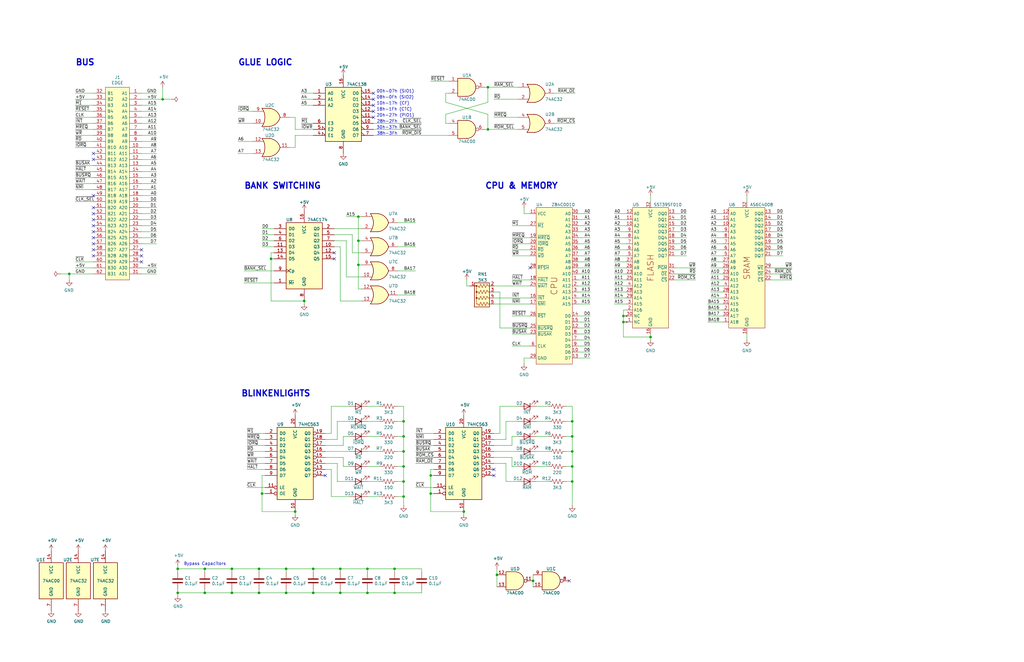
<source format=kicad_sch>
(kicad_sch (version 20211123) (generator eeschema)
  (paper "USLedger")
  (title_block (title "CPU,  64K FLASH, 512K RAM, with blinkenlights") (date "2022-10-27") (rev "1.1") (company "Frederic Segard") (comment 1 "youtube.com/@microhobbyist.com") (comment 4 "Designed with the inspiration of Grant Searl and John Winans"))
  (junction (at 241.3 177.8))
  (junction (at 114.3 109.22))
  (junction (at 97.79 240.03))
  (junction (at 205.74 36.83))
  (junction (at 170.18 196.85))
  (junction (at 132.08 250.19))
  (junction (at 109.22 240.03))
  (junction (at 29.21 115.57))
  (junction (at 74.93 240.03))
  (junction (at 262.89 135.89))
  (junction (at 154.94 240.03))
  (junction (at 170.18 209.55))
  (junction (at 110.49 208.28))
  (junction (at 274.32 142.24))
  (junction (at 97.79 250.19))
  (junction (at 154.94 250.19))
  (junction (at 143.51 250.19))
  (junction (at 205.74 54.61))
  (junction (at 170.18 203.2))
  (junction (at 170.18 177.8))
  (junction (at 151.13 101.6))
  (junction (at 124.46 215.9))
  (junction (at 241.3 190.5))
  (junction (at 151.13 111.76))
  (junction (at 68.58 41.91))
  (junction (at 86.36 240.03))
  (junction (at 132.08 240.03))
  (junction (at 170.18 184.15))
  (junction (at 74.93 250.19))
  (junction (at 181.61 200.66))
  (junction (at 170.18 190.5))
  (junction (at 241.3 196.85))
  (junction (at 120.65 250.19))
  (junction (at 241.3 203.2))
  (junction (at 120.65 240.03))
  (junction (at 143.51 240.03))
  (junction (at 128.27 127))
  (junction (at 181.61 208.28))
  (junction (at 224.79 245.11))
  (junction (at 209.55 242.57))
  (junction (at 166.37 240.03))
  (junction (at 86.36 250.19))
  (junction (at 151.13 91.44))
  (junction (at 262.89 133.35))
  (junction (at 195.58 215.9))
  (junction (at 109.22 250.19))
  (junction (at 241.3 184.15))
  (junction (at 166.37 250.19))
  (no_connect (at 157.48 44.45))
  (no_connect (at 137.16 200.66))
  (no_connect (at 59.69 107.95))
  (no_connect (at 240.03 245.11))
  (no_connect (at 39.37 64.77))
  (no_connect (at 140.97 106.68))
  (no_connect (at 39.37 95.25))
  (no_connect (at 208.28 200.66))
  (no_connect (at 208.28 198.12))
  (no_connect (at 157.48 46.99))
  (no_connect (at 39.37 90.17))
  (no_connect (at 59.69 110.49))
  (no_connect (at 39.37 82.55))
  (no_connect (at 140.97 109.22))
  (no_connect (at 39.37 107.95))
  (no_connect (at 39.37 102.87))
  (no_connect (at 39.37 92.71))
  (no_connect (at 157.48 49.53))
  (no_connect (at 39.37 100.33))
  (no_connect (at 39.37 97.79))
  (no_connect (at 157.48 39.37))
  (no_connect (at 39.37 87.63))
  (no_connect (at 39.37 67.31))
  (no_connect (at 39.37 105.41))
  (no_connect (at 157.48 41.91))
  (no_connect (at 59.69 105.41))
  (no_connect (at 223.52 113.03))
  (wire (pts (xy 304.8 107.95) (xy 299.72 107.95)))
  (wire (pts (xy 208.28 49.53) (xy 218.44 49.53)))
  (wire (pts (xy 31.75 39.37) (xy 39.37 39.37)))
  (wire (pts (xy 100.33 46.99) (xy 106.68 46.99)))
  (wire (pts (xy 196.85 118.11) (xy 196.85 120.65)))
  (wire (pts (xy 284.48 100.33) (xy 289.56 100.33)))
  (wire (pts (xy 325.12 113.03) (xy 334.01 113.03)))
  (wire (pts (xy 264.16 92.71) (xy 259.08 92.71)))
  (wire (pts (xy 166.37 241.3) (xy 166.37 240.03)))
  (wire (pts (xy 210.82 182.88) (xy 210.82 171.45)))
  (wire (pts (xy 170.18 177.8) (xy 170.18 184.15)))
  (wire (pts (xy 208.28 185.42) (xy 213.36 185.42)))
  (wire (pts (xy 143.51 127) (xy 143.51 104.14)))
  (wire (pts (xy 264.16 133.35) (xy 262.89 133.35)))
  (wire (pts (xy 243.84 107.95) (xy 248.92 107.95)))
  (wire (pts (xy 198.12 120.65) (xy 196.85 120.65)))
  (wire (pts (xy 215.9 146.05) (xy 223.52 146.05)))
  (wire (pts (xy 137.16 195.58) (xy 142.24 195.58)))
  (wire (pts (xy 226.06 203.2) (xy 231.14 203.2)))
  (wire (pts (xy 104.14 182.88) (xy 111.76 182.88)))
  (wire (pts (xy 59.69 95.25) (xy 66.04 95.25)))
  (wire (pts (xy 177.8 240.03) (xy 166.37 240.03)))
  (wire (pts (xy 243.84 128.27) (xy 248.92 128.27)))
  (wire (pts (xy 144.78 193.04) (xy 144.78 196.85)))
  (wire (pts (xy 264.16 107.95) (xy 259.08 107.95)))
  (wire (pts (xy 167.64 203.2) (xy 170.18 203.2)))
  (wire (pts (xy 213.36 203.2) (xy 218.44 203.2)))
  (wire (pts (xy 110.49 99.06) (xy 115.57 99.06)))
  (wire (pts (xy 215.9 100.33) (xy 223.52 100.33)))
  (wire (pts (xy 167.64 190.5) (xy 170.18 190.5)))
  (wire (pts (xy 181.61 208.28) (xy 182.88 208.28)))
  (wire (pts (xy 325.12 115.57) (xy 334.01 115.57)))
  (wire (pts (xy 175.26 205.74) (xy 182.88 205.74)))
  (wire (pts (xy 154.94 209.55) (xy 160.02 209.55)))
  (wire (pts (xy 143.51 127) (xy 152.4 127)))
  (wire (pts (xy 109.22 248.92) (xy 109.22 250.19)))
  (wire (pts (xy 59.69 54.61) (xy 66.04 54.61)))
  (wire (pts (xy 264.16 105.41) (xy 259.08 105.41)))
  (wire (pts (xy 226.06 190.5) (xy 231.14 190.5)))
  (wire (pts (xy 31.75 59.69) (xy 39.37 59.69)))
  (wire (pts (xy 59.69 69.85) (xy 66.04 69.85)))
  (wire (pts (xy 325.12 90.17) (xy 330.2 90.17)))
  (wire (pts (xy 74.93 248.92) (xy 74.93 250.19)))
  (wire (pts (xy 120.65 240.03) (xy 109.22 240.03)))
  (wire (pts (xy 114.3 106.68) (xy 114.3 109.22)))
  (wire (pts (xy 114.3 109.22) (xy 114.3 127)))
  (wire (pts (xy 189.23 39.37) (xy 187.96 39.37)))
  (wire (pts (xy 31.75 74.93) (xy 39.37 74.93)))
  (wire (pts (xy 29.21 115.57) (xy 39.37 115.57)))
  (wire (pts (xy 233.68 39.37) (xy 242.57 39.37)))
  (wire (pts (xy 132.08 250.19) (xy 143.51 250.19)))
  (wire (pts (xy 31.75 62.23) (xy 39.37 62.23)))
  (wire (pts (xy 215.9 187.96) (xy 215.9 184.15)))
  (wire (pts (xy 142.24 185.42) (xy 142.24 177.8)))
  (wire (pts (xy 243.84 146.05) (xy 248.92 146.05)))
  (wire (pts (xy 304.8 115.57) (xy 299.72 115.57)))
  (wire (pts (xy 137.16 182.88) (xy 139.7 182.88)))
  (wire (pts (xy 243.84 138.43) (xy 248.92 138.43)))
  (wire (pts (xy 86.36 240.03) (xy 74.93 240.03)))
  (wire (pts (xy 170.18 190.5) (xy 170.18 196.85)))
  (wire (pts (xy 224.79 245.11) (xy 224.79 247.65)))
  (wire (pts (xy 264.16 100.33) (xy 259.08 100.33)))
  (wire (pts (xy 304.8 100.33) (xy 299.72 100.33)))
  (wire (pts (xy 142.24 195.58) (xy 142.24 203.2)))
  (wire (pts (xy 264.16 118.11) (xy 259.08 118.11)))
  (wire (pts (xy 262.89 130.81) (xy 264.16 130.81)))
  (wire (pts (xy 59.69 102.87) (xy 66.04 102.87)))
  (wire (pts (xy 97.79 250.19) (xy 109.22 250.19)))
  (wire (pts (xy 264.16 95.25) (xy 259.08 95.25)))
  (wire (pts (xy 59.69 92.71) (xy 66.04 92.71)))
  (wire (pts (xy 210.82 171.45) (xy 218.44 171.45)))
  (wire (pts (xy 262.89 133.35) (xy 262.89 135.89)))
  (wire (pts (xy 154.94 177.8) (xy 160.02 177.8)))
  (wire (pts (xy 167.64 171.45) (xy 170.18 171.45)))
  (wire (pts (xy 167.64 184.15) (xy 170.18 184.15)))
  (wire (pts (xy 120.65 241.3) (xy 120.65 240.03)))
  (wire (pts (xy 31.75 44.45) (xy 39.37 44.45)))
  (wire (pts (xy 154.94 248.92) (xy 154.94 250.19)))
  (wire (pts (xy 86.36 250.19) (xy 97.79 250.19)))
  (wire (pts (xy 167.64 124.46) (xy 175.26 124.46)))
  (wire (pts (xy 243.84 125.73) (xy 248.92 125.73)))
  (wire (pts (xy 304.8 97.79) (xy 299.72 97.79)))
  (wire (pts (xy 215.9 140.97) (xy 223.52 140.97)))
  (wire (pts (xy 104.14 193.04) (xy 111.76 193.04)))
  (wire (pts (xy 293.37 118.11) (xy 284.48 118.11)))
  (wire (pts (xy 151.13 121.92) (xy 152.4 121.92)))
  (wire (pts (xy 59.69 100.33) (xy 66.04 100.33)))
  (wire (pts (xy 314.96 82.55) (xy 314.96 85.09)))
  (wire (pts (xy 109.22 250.19) (xy 120.65 250.19)))
  (wire (pts (xy 151.13 101.6) (xy 152.4 101.6)))
  (wire (pts (xy 167.64 196.85) (xy 170.18 196.85)))
  (wire (pts (xy 31.75 52.07) (xy 39.37 52.07)))
  (wire (pts (xy 120.65 248.92) (xy 120.65 250.19)))
  (wire (pts (xy 59.69 41.91) (xy 68.58 41.91)))
  (wire (pts (xy 175.26 187.96) (xy 182.88 187.96)))
  (wire (pts (xy 304.8 105.41) (xy 299.72 105.41)))
  (wire (pts (xy 304.8 92.71) (xy 299.72 92.71)))
  (wire (pts (xy 208.28 193.04) (xy 215.9 193.04)))
  (wire (pts (xy 205.74 36.83) (xy 218.44 36.83)))
  (wire (pts (xy 170.18 203.2) (xy 170.18 209.55)))
  (wire (pts (xy 304.8 110.49) (xy 299.72 110.49)))
  (wire (pts (xy 139.7 182.88) (xy 139.7 171.45)))
  (wire (pts (xy 208.28 187.96) (xy 215.9 187.96)))
  (wire (pts (xy 143.51 104.14) (xy 140.97 104.14)))
  (wire (pts (xy 127 44.45) (xy 132.08 44.45)))
  (wire (pts (xy 243.84 92.71) (xy 248.92 92.71)))
  (wire (pts (xy 224.79 242.57) (xy 224.79 245.11)))
  (wire (pts (xy 209.55 240.03) (xy 209.55 242.57)))
  (wire (pts (xy 100.33 64.77) (xy 106.68 64.77)))
  (wire (pts (xy 127 52.07) (xy 132.08 52.07)))
  (wire (pts (xy 97.79 240.03) (xy 86.36 240.03)))
  (wire (pts (xy 208.28 182.88) (xy 210.82 182.88)))
  (wire (pts (xy 175.26 190.5) (xy 182.88 190.5)))
  (wire (pts (xy 74.93 250.19) (xy 86.36 250.19)))
  (wire (pts (xy 325.12 102.87) (xy 330.2 102.87)))
  (wire (pts (xy 208.28 120.65) (xy 223.52 120.65)))
  (wire (pts (xy 215.9 95.25) (xy 223.52 95.25)))
  (wire (pts (xy 137.16 185.42) (xy 142.24 185.42)))
  (wire (pts (xy 264.16 128.27) (xy 259.08 128.27)))
  (wire (pts (xy 140.97 96.52) (xy 152.4 96.52)))
  (wire (pts (xy 74.93 240.03) (xy 74.93 241.3)))
  (wire (pts (xy 205.74 48.26) (xy 187.96 43.18)))
  (wire (pts (xy 59.69 90.17) (xy 66.04 90.17)))
  (wire (pts (xy 223.52 90.17) (xy 220.98 90.17)))
  (wire (pts (xy 208.28 128.27) (xy 223.52 128.27)))
  (wire (pts (xy 124.46 57.15) (xy 132.08 57.15)))
  (wire (pts (xy 151.13 111.76) (xy 152.4 111.76)))
  (wire (pts (xy 124.46 49.53) (xy 121.92 49.53)))
  (wire (pts (xy 243.84 97.79) (xy 248.92 97.79)))
  (wire (pts (xy 274.32 140.97) (xy 274.32 142.24)))
  (wire (pts (xy 238.76 203.2) (xy 241.3 203.2)))
  (wire (pts (xy 104.14 205.74) (xy 111.76 205.74)))
  (wire (pts (xy 205.74 43.18) (xy 187.96 48.26)))
  (wire (pts (xy 195.58 215.9) (xy 195.58 217.17)))
  (wire (pts (xy 31.75 80.01) (xy 39.37 80.01)))
  (wire (pts (xy 241.3 184.15) (xy 241.3 190.5)))
  (wire (pts (xy 137.16 190.5) (xy 147.32 190.5)))
  (wire (pts (xy 284.48 90.17) (xy 289.56 90.17)))
  (wire (pts (xy 293.37 115.57) (xy 284.48 115.57)))
  (wire (pts (xy 31.75 110.49) (xy 39.37 110.49)))
  (wire (pts (xy 304.8 120.65) (xy 299.72 120.65)))
  (wire (pts (xy 31.75 57.15) (xy 39.37 57.15)))
  (wire (pts (xy 262.89 142.24) (xy 274.32 142.24)))
  (wire (pts (xy 170.18 171.45) (xy 170.18 177.8)))
  (wire (pts (xy 189.23 52.07) (xy 187.96 52.07)))
  (wire (pts (xy 325.12 92.71) (xy 330.2 92.71)))
  (wire (pts (xy 241.3 196.85) (xy 241.3 203.2)))
  (wire (pts (xy 175.26 195.58) (xy 182.88 195.58)))
  (wire (pts (xy 167.64 177.8) (xy 170.18 177.8)))
  (wire (pts (xy 132.08 248.92) (xy 132.08 250.19)))
  (wire (pts (xy 74.93 250.19) (xy 74.93 251.46)))
  (wire (pts (xy 104.14 198.12) (xy 111.76 198.12)))
  (wire (pts (xy 97.79 241.3) (xy 97.79 240.03)))
  (wire (pts (xy 110.49 200.66) (xy 110.49 208.28)))
  (wire (pts (xy 139.7 209.55) (xy 147.32 209.55)))
  (wire (pts (xy 215.9 107.95) (xy 223.52 107.95)))
  (wire (pts (xy 325.12 100.33) (xy 330.2 100.33)))
  (wire (pts (xy 304.8 125.73) (xy 299.72 125.73)))
  (wire (pts (xy 304.8 90.17) (xy 299.72 90.17)))
  (wire (pts (xy 127 39.37) (xy 132.08 39.37)))
  (wire (pts (xy 31.75 46.99) (xy 39.37 46.99)))
  (wire (pts (xy 154.94 184.15) (xy 160.02 184.15)))
  (wire (pts (xy 223.52 151.13) (xy 220.98 151.13)))
  (wire (pts (xy 170.18 209.55) (xy 170.18 213.36)))
  (wire (pts (xy 132.08 241.3) (xy 132.08 240.03)))
  (wire (pts (xy 111.76 200.66) (xy 110.49 200.66)))
  (wire (pts (xy 59.69 46.99) (xy 66.04 46.99)))
  (wire (pts (xy 243.84 140.97) (xy 248.92 140.97)))
  (wire (pts (xy 154.94 190.5) (xy 160.02 190.5)))
  (wire (pts (xy 148.59 99.06) (xy 140.97 99.06)))
  (wire (pts (xy 170.18 196.85) (xy 170.18 203.2)))
  (wire (pts (xy 144.78 196.85) (xy 147.32 196.85)))
  (wire (pts (xy 124.46 54.61) (xy 124.46 49.53)))
  (wire (pts (xy 139.7 171.45) (xy 147.32 171.45)))
  (wire (pts (xy 59.69 64.77) (xy 66.04 64.77)))
  (wire (pts (xy 298.45 135.89) (xy 304.8 135.89)))
  (wire (pts (xy 181.61 200.66) (xy 181.61 198.12)))
  (wire (pts (xy 157.48 52.07) (xy 177.8 52.07)))
  (wire (pts (xy 177.8 248.92) (xy 177.8 250.19)))
  (wire (pts (xy 264.16 97.79) (xy 259.08 97.79)))
  (wire (pts (xy 175.26 193.04) (xy 182.88 193.04)))
  (wire (pts (xy 304.8 95.25) (xy 299.72 95.25)))
  (wire (pts (xy 181.61 200.66) (xy 182.88 200.66)))
  (wire (pts (xy 215.9 133.35) (xy 223.52 133.35)))
  (wire (pts (xy 325.12 95.25) (xy 330.2 95.25)))
  (wire (pts (xy 243.84 105.41) (xy 248.92 105.41)))
  (wire (pts (xy 298.45 130.81) (xy 304.8 130.81)))
  (wire (pts (xy 262.89 135.89) (xy 264.16 135.89)))
  (wire (pts (xy 213.36 185.42) (xy 213.36 177.8)))
  (wire (pts (xy 86.36 248.92) (xy 86.36 250.19)))
  (wire (pts (xy 59.69 74.93) (xy 66.04 74.93)))
  (wire (pts (xy 144.78 187.96) (xy 144.78 184.15)))
  (wire (pts (xy 208.28 195.58) (xy 213.36 195.58)))
  (wire (pts (xy 127 41.91) (xy 132.08 41.91)))
  (wire (pts (xy 137.16 193.04) (xy 144.78 193.04)))
  (wire (pts (xy 238.76 190.5) (xy 241.3 190.5)))
  (wire (pts (xy 264.16 125.73) (xy 259.08 125.73)))
  (wire (pts (xy 264.16 113.03) (xy 259.08 113.03)))
  (wire (pts (xy 100.33 52.07) (xy 106.68 52.07)))
  (wire (pts (xy 243.84 100.33) (xy 248.92 100.33)))
  (wire (pts (xy 29.21 115.57) (xy 29.21 118.11)))
  (wire (pts (xy 166.37 240.03) (xy 154.94 240.03)))
  (wire (pts (xy 104.14 187.96) (xy 111.76 187.96)))
  (wire (pts (xy 59.69 52.07) (xy 66.04 52.07)))
  (wire (pts (xy 220.98 87.63) (xy 220.98 90.17)))
  (wire (pts (xy 148.59 106.68) (xy 148.59 99.06)))
  (wire (pts (xy 124.46 54.61) (xy 132.08 54.61)))
  (wire (pts (xy 59.69 87.63) (xy 66.04 87.63)))
  (wire (pts (xy 157.48 57.15) (xy 189.23 57.15)))
  (wire (pts (xy 213.36 195.58) (xy 213.36 203.2)))
  (wire (pts (xy 167.64 114.3) (xy 175.26 114.3)))
  (wire (pts (xy 59.69 59.69) (xy 66.04 59.69)))
  (wire (pts (xy 213.36 177.8) (xy 218.44 177.8)))
  (wire (pts (xy 215.9 196.85) (xy 218.44 196.85)))
  (wire (pts (xy 210.82 138.43) (xy 223.52 138.43)))
  (wire (pts (xy 100.33 59.69) (xy 106.68 59.69)))
  (wire (pts (xy 102.87 114.3) (xy 115.57 114.3)))
  (wire (pts (xy 59.69 113.03) (xy 66.04 113.03)))
  (wire (pts (xy 59.69 85.09) (xy 66.04 85.09)))
  (wire (pts (xy 59.69 39.37) (xy 66.04 39.37)))
  (wire (pts (xy 208.28 123.19) (xy 210.82 123.19)))
  (wire (pts (xy 264.16 120.65) (xy 259.08 120.65)))
  (wire (pts (xy 175.26 182.88) (xy 182.88 182.88)))
  (wire (pts (xy 241.3 203.2) (xy 241.3 213.36)))
  (wire (pts (xy 59.69 72.39) (xy 66.04 72.39)))
  (wire (pts (xy 205.74 36.83) (xy 205.74 43.18)))
  (wire (pts (xy 68.58 36.83) (xy 68.58 41.91)))
  (wire (pts (xy 274.32 82.55) (xy 274.32 85.09)))
  (wire (pts (xy 243.84 120.65) (xy 248.92 120.65)))
  (wire (pts (xy 243.84 151.13) (xy 248.92 151.13)))
  (wire (pts (xy 284.48 97.79) (xy 289.56 97.79)))
  (wire (pts (xy 110.49 208.28) (xy 110.49 215.9)))
  (wire (pts (xy 59.69 49.53) (xy 66.04 49.53)))
  (wire (pts (xy 31.75 49.53) (xy 39.37 49.53)))
  (wire (pts (xy 151.13 91.44) (xy 152.4 91.44)))
  (wire (pts (xy 215.9 118.11) (xy 223.52 118.11)))
  (wire (pts (xy 25.4 115.57) (xy 29.21 115.57)))
  (wire (pts (xy 31.75 85.09) (xy 39.37 85.09)))
  (wire (pts (xy 31.75 77.47) (xy 39.37 77.47)))
  (wire (pts (xy 109.22 240.03) (xy 97.79 240.03)))
  (wire (pts (xy 31.75 113.03) (xy 39.37 113.03)))
  (wire (pts (xy 304.8 118.11) (xy 299.72 118.11)))
  (wire (pts (xy 243.84 113.03) (xy 248.92 113.03)))
  (wire (pts (xy 243.84 90.17) (xy 248.92 90.17)))
  (wire (pts (xy 325.12 105.41) (xy 330.2 105.41)))
  (wire (pts (xy 142.24 203.2) (xy 147.32 203.2)))
  (wire (pts (xy 274.32 142.24) (xy 274.32 143.51)))
  (wire (pts (xy 110.49 96.52) (xy 115.57 96.52)))
  (wire (pts (xy 110.49 104.14) (xy 115.57 104.14)))
  (wire (pts (xy 243.84 148.59) (xy 248.92 148.59)))
  (wire (pts (xy 181.61 198.12) (xy 182.88 198.12)))
  (wire (pts (xy 181.61 34.29) (xy 189.23 34.29)))
  (wire (pts (xy 187.96 39.37) (xy 187.96 43.18)))
  (wire (pts (xy 144.78 184.15) (xy 147.32 184.15)))
  (wire (pts (xy 110.49 208.28) (xy 111.76 208.28)))
  (wire (pts (xy 284.48 113.03) (xy 293.37 113.03)))
  (wire (pts (xy 148.59 106.68) (xy 152.4 106.68)))
  (wire (pts (xy 243.84 118.11) (xy 248.92 118.11)))
  (wire (pts (xy 325.12 118.11) (xy 334.01 118.11)))
  (wire (pts (xy 143.51 240.03) (xy 132.08 240.03)))
  (wire (pts (xy 304.8 102.87) (xy 299.72 102.87)))
  (wire (pts (xy 137.16 187.96) (xy 144.78 187.96)))
  (wire (pts (xy 226.06 177.8) (xy 231.14 177.8)))
  (wire (pts (xy 104.14 195.58) (xy 111.76 195.58)))
  (wire (pts (xy 284.48 92.71) (xy 289.56 92.71)))
  (wire (pts (xy 121.92 62.23) (xy 124.46 62.23)))
  (wire (pts (xy 132.08 240.03) (xy 120.65 240.03)))
  (wire (pts (xy 167.64 209.55) (xy 170.18 209.55)))
  (wire (pts (xy 264.16 110.49) (xy 259.08 110.49)))
  (wire (pts (xy 205.74 54.61) (xy 218.44 54.61)))
  (wire (pts (xy 137.16 198.12) (xy 139.7 198.12)))
  (wire (pts (xy 241.3 177.8) (xy 241.3 184.15)))
  (wire (pts (xy 233.68 52.07) (xy 242.57 52.07)))
  (wire (pts (xy 298.45 128.27) (xy 304.8 128.27)))
  (wire (pts (xy 325.12 107.95) (xy 330.2 107.95)))
  (wire (pts (xy 298.45 133.35) (xy 304.8 133.35)))
  (wire (pts (xy 170.18 184.15) (xy 170.18 190.5)))
  (wire (pts (xy 154.94 241.3) (xy 154.94 240.03)))
  (wire (pts (xy 284.48 105.41) (xy 289.56 105.41)))
  (wire (pts (xy 243.84 123.19) (xy 248.92 123.19)))
  (wire (pts (xy 215.9 193.04) (xy 215.9 196.85)))
  (wire (pts (xy 195.58 215.9) (xy 181.61 215.9)))
  (wire (pts (xy 124.46 215.9) (xy 110.49 215.9)))
  (wire (pts (xy 262.89 130.81) (xy 262.89 133.35)))
  (wire (pts (xy 104.14 190.5) (xy 111.76 190.5)))
  (wire (pts (xy 181.61 208.28) (xy 181.61 215.9)))
  (wire (pts (xy 314.96 140.97) (xy 314.96 143.51)))
  (wire (pts (xy 262.89 135.89) (xy 262.89 142.24)))
  (wire (pts (xy 209.55 242.57) (xy 209.55 247.65)))
  (wire (pts (xy 238.76 171.45) (xy 241.3 171.45)))
  (wire (pts (xy 104.14 185.42) (xy 111.76 185.42)))
  (wire (pts (xy 204.47 36.83) (xy 205.74 36.83)))
  (wire (pts (xy 128.27 128.27) (xy 128.27 127)))
  (wire (pts (xy 238.76 184.15) (xy 241.3 184.15)))
  (wire (pts (xy 166.37 250.19) (xy 177.8 250.19)))
  (wire (pts (xy 264.16 90.17) (xy 259.08 90.17)))
  (wire (pts (xy 243.84 135.89) (xy 248.92 135.89)))
  (wire (pts (xy 59.69 115.57) (xy 66.04 115.57)))
  (wire (pts (xy 226.06 171.45) (xy 231.14 171.45)))
  (wire (pts (xy 151.13 101.6) (xy 151.13 111.76)))
  (wire (pts (xy 238.76 196.85) (xy 241.3 196.85)))
  (wire (pts (xy 151.13 111.76) (xy 151.13 121.92)))
  (wire (pts (xy 208.28 190.5) (xy 218.44 190.5)))
  (wire (pts (xy 86.36 241.3) (xy 86.36 240.03)))
  (wire (pts (xy 146.05 116.84) (xy 152.4 116.84)))
  (wire (pts (xy 59.69 62.23) (xy 66.04 62.23)))
  (wire (pts (xy 115.57 106.68) (xy 114.3 106.68)))
  (wire (pts (xy 154.94 196.85) (xy 160.02 196.85)))
  (wire (pts (xy 167.64 93.98) (xy 175.26 93.98)))
  (wire (pts (xy 167.64 104.14) (xy 175.26 104.14)))
  (wire (pts (xy 157.48 54.61) (xy 177.8 54.61)))
  (wire (pts (xy 59.69 82.55) (xy 66.04 82.55)))
  (wire (pts (xy 205.74 48.26) (xy 205.74 54.61)))
  (wire (pts (xy 177.8 241.3) (xy 177.8 240.03)))
  (wire (pts (xy 243.84 133.35) (xy 248.92 133.35)))
  (wire (pts (xy 74.93 238.76) (xy 74.93 240.03)))
  (wire (pts (xy 31.75 69.85) (xy 39.37 69.85)))
  (wire (pts (xy 143.51 248.92) (xy 143.51 250.19)))
  (wire (pts (xy 210.82 123.19) (xy 210.82 138.43)))
  (wire (pts (xy 142.24 177.8) (xy 147.32 177.8)))
  (wire (pts (xy 97.79 248.92) (xy 97.79 250.19)))
  (wire (pts (xy 31.75 41.91) (xy 39.37 41.91)))
  (wire (pts (xy 241.3 190.5) (xy 241.3 196.85)))
  (wire (pts (xy 215.9 184.15) (xy 218.44 184.15)))
  (wire (pts (xy 143.51 241.3) (xy 143.51 240.03)))
  (wire (pts (xy 204.47 54.61) (xy 205.74 54.61)))
  (wire (pts (xy 31.75 72.39) (xy 39.37 72.39)))
  (wire (pts (xy 208.28 125.73) (xy 223.52 125.73)))
  (wire (pts (xy 110.49 101.6) (xy 115.57 101.6)))
  (wire (pts (xy 243.84 95.25) (xy 248.92 95.25)))
  (wire (pts (xy 151.13 91.44) (xy 151.13 101.6)))
  (wire (pts (xy 325.12 97.79) (xy 330.2 97.79)))
  (wire (pts (xy 215.9 102.87) (xy 223.52 102.87)))
  (wire (pts (xy 109.22 241.3) (xy 109.22 240.03)))
  (wire (pts (xy 72.39 41.91) (xy 68.58 41.91)))
  (wire (pts (xy 264.16 123.19) (xy 259.08 123.19)))
  (wire (pts (xy 114.3 127) (xy 128.27 127)))
  (wire (pts (xy 243.84 115.57) (xy 248.92 115.57)))
  (wire (pts (xy 139.7 198.12) (xy 139.7 209.55)))
  (wire (pts (xy 284.48 102.87) (xy 289.56 102.87)))
  (wire (pts (xy 124.46 215.9) (xy 124.46 217.17)))
  (wire (pts (xy 226.06 184.15) (xy 231.14 184.15)))
  (wire (pts (xy 59.69 57.15) (xy 66.04 57.15)))
  (wire (pts (xy 243.84 143.51) (xy 248.92 143.51)))
  (wire (pts (xy 59.69 97.79) (xy 66.04 97.79)))
  (wire (pts (xy 143.51 250.19) (xy 154.94 250.19)))
  (wire (pts (xy 124.46 62.23) (xy 124.46 57.15)))
  (wire (pts (xy 154.94 203.2) (xy 160.02 203.2)))
  (wire (pts (xy 284.48 107.95) (xy 289.56 107.95)))
  (wire (pts (xy 102.87 119.38) (xy 115.57 119.38)))
  (wire (pts (xy 208.28 41.91) (xy 218.44 41.91)))
  (wire (pts (xy 243.84 110.49) (xy 248.92 110.49)))
  (wire (pts (xy 304.8 123.19) (xy 299.72 123.19)))
  (wire (pts (xy 146.05 101.6) (xy 140.97 101.6)))
  (wire (pts (xy 284.48 95.25) (xy 289.56 95.25)))
  (wire (pts (xy 241.3 171.45) (xy 241.3 177.8)))
  (wire (pts (xy 226.06 196.85) (xy 231.14 196.85)))
  (wire (pts (xy 59.69 44.45) (xy 66.04 44.45)))
  (wire (pts (xy 59.69 77.47) (xy 66.04 77.47)))
  (wire (pts (xy 59.69 67.31) (xy 66.04 67.31)))
  (wire (pts (xy 187.96 48.26) (xy 187.96 52.07)))
  (wire (pts (xy 120.65 250.19) (xy 132.08 250.19)))
  (wire (pts (xy 181.61 208.28) (xy 181.61 200.66)))
  (wire (pts (xy 59.69 80.01) (xy 66.04 80.01)))
  (wire (pts (xy 146.05 116.84) (xy 146.05 101.6)))
  (wire (pts (xy 215.9 105.41) (xy 223.52 105.41)))
  (wire (pts (xy 175.26 185.42) (xy 182.88 185.42)))
  (wire (pts (xy 264.16 102.87) (xy 259.08 102.87)))
  (wire (pts (xy 166.37 248.92) (xy 166.37 250.19)))
  (wire (pts (xy 304.8 113.03) (xy 299.72 113.03)))
  (wire (pts (xy 146.05 91.44) (xy 151.13 91.44)))
  (wire (pts (xy 114.3 109.22) (xy 115.57 109.22)))
  (wire (pts (xy 154.94 171.45) (xy 160.02 171.45)))
  (wire (pts (xy 220.98 151.13) (xy 220.98 153.67)))
  (wire (pts (xy 154.94 240.03) (xy 143.51 240.03)))
  (wire (pts (xy 154.94 250.19) (xy 166.37 250.19)))
  (wire (pts (xy 238.76 177.8) (xy 241.3 177.8)))
  (wire (pts (xy 264.16 115.57) (xy 259.08 115.57)))
  (wire (pts (xy 31.75 54.61) (xy 39.37 54.61)))
  (wire (pts (xy 243.84 102.87) (xy 248.92 102.87)))
  (text "08h-0Fh (SIO2)" (at 158.75 41.91 0) (effects (font (size 1.27 1.27)) (justify left bottom)))
  (text "38h-3Fh" (at 167.64 57.15 180) (effects (font (size 1.27 1.27)) (justify right bottom)))
  (text "GLUE LOGIC" (at 100.33 27.94 0) (effects (font (size 2.54 2.54) (thickness 0.508) bold) (justify left bottom)))
  (text "00h-07h (SIO1)" (at 158.75 39.37 0) (effects (font (size 1.27 1.27)) (justify left bottom)))
  (text "BLINKENLIGHTS" (at 101.6 167.64 0) (effects (font (size 2.54 2.54) (thickness 0.508) bold) (justify left bottom)))
  (text "BUS" (at 31.75 27.94 0) (effects (font (size 2.54 2.54) (thickness 0.508) bold) (justify left bottom)))
  (text "18h-1Fh (CTC)" (at 158.75 46.99 0) (effects (font (size 1.27 1.27)) (justify left bottom)))
  (text "CPU & MEMORY" (at 204.47 80.01 0) (effects (font (size 2.54 2.54) (thickness 0.508) bold) (justify left bottom)))
  (text "30h-37h" (at 167.64 54.61 180) (effects (font (size 1.27 1.27)) (justify right bottom)))
  (text "10h-17h (CF)" (at 158.75 44.45 0) (effects (font (size 1.27 1.27)) (justify left bottom)))
  (text "20h-27h (PIO1)" (at 158.75 49.53 0) (effects (font (size 1.27 1.27)) (justify left bottom)))
  (text "BANK SWITCHING" (at 102.87 80.01 0) (effects (font (size 2.54 2.54) (thickness 0.508) bold) (justify left bottom)))
  (text "Bypass Capacitors" (at 77.47 238.76 0) (effects (font (size 1.27 1.27)) (justify left bottom)))
  (text "28h-2Fh" (at 167.64 52.07 180) (effects (font (size 1.27 1.27)) (justify right bottom)))
  (label "D4" (at 289.56 100.33 180))
  (label "A11" (at 66.04 54.61 180))
  (label "~{WAIT}" (at 104.14 195.58 0))
  (label "~{RAM_OE}" (at 242.57 39.37 180))
  (label "~{BUSRQ}" (at 175.26 187.96 0))
  (label "~{ROM_CS}" (at 293.37 118.11 180))
  (label "A12" (at 299.72 120.65 0))
  (label "A3" (at 127 39.37 0))
  (label "A8" (at 299.72 110.49 0))
  (label "A7" (at 66.04 64.77 180))
  (label "~{IORQ}" (at 215.9 102.87 0))
  (label "~{WR}" (at 31.75 57.15 0))
  (label "A7" (at 100.33 64.77 0))
  (label "+5V" (at 66.04 113.03 180))
  (label "A15" (at 146.05 91.44 0))
  (label "D0" (at 66.04 85.09 180))
  (label "~{RD}" (at 293.37 115.57 180))
  (label "~{IORQ}" (at 104.14 187.96 0))
  (label "A6" (at 66.04 67.31 180))
  (label "+5V" (at 31.75 41.91 0))
  (label "A2" (at 248.92 95.25 180))
  (label "~{RAM_OE}" (at 334.01 115.57 180))
  (label "~{ROM_SEL}" (at 208.28 54.61 0))
  (label "~{HALT}" (at 215.9 118.11 0))
  (label "A6" (at 100.33 59.69 0))
  (label "A1" (at 248.92 92.71 180))
  (label "~{MREQ}" (at 104.14 185.42 0))
  (label "A10" (at 248.92 115.57 180))
  (label "A7" (at 248.92 107.95 180))
  (label "+5V" (at 31.75 113.03 0))
  (label "A3" (at 248.92 97.79 180))
  (label "D5" (at 248.92 146.05 180))
  (label "A15" (at 66.04 44.45 180))
  (label "A5" (at 127 44.45 0))
  (label "A9" (at 66.04 59.69 180))
  (label "~{HALT}" (at 104.14 198.12 0))
  (label "GND" (at 31.75 39.37 0))
  (label "A0" (at 66.04 82.55 180))
  (label "A6" (at 248.92 105.41 180))
  (label "D2" (at 330.2 95.25 180))
  (label "A11" (at 259.08 118.11 0))
  (label "GND" (at 66.04 39.37 180))
  (label "BA16" (at 298.45 130.81 0))
  (label "D2" (at 110.49 101.6 0))
  (label "A3" (at 66.04 74.93 180))
  (label "~{RESET}" (at 102.87 119.38 0))
  (label "~{M1}" (at 127 52.07 0))
  (label "D0" (at 289.56 90.17 180))
  (label "D6" (at 289.56 105.41 180))
  (label "D7" (at 66.04 102.87 180))
  (label "~{HALT}" (at 31.75 72.39 0))
  (label "A15" (at 248.92 128.27 180))
  (label "~{RESET}" (at 181.61 34.29 0))
  (label "D7" (at 289.56 107.95 180))
  (label "~{NMI}" (at 175.26 185.42 0))
  (label "A13" (at 66.04 49.53 180))
  (label "D4" (at 66.04 95.25 180))
  (label "A7" (at 299.72 107.95 0))
  (label "A4" (at 259.08 100.33 0))
  (label "~{NMI}" (at 31.75 80.01 0))
  (label "D1" (at 66.04 87.63 180))
  (label "~{RD}" (at 215.9 105.41 0))
  (label "D5" (at 66.04 97.79 180))
  (label "~{WR}" (at 215.9 107.95 0))
  (label "D0" (at 248.92 133.35 180))
  (label "A9" (at 259.08 113.03 0))
  (label "~{CLK_SEL}" (at 31.75 85.09 0))
  (label "D3" (at 330.2 97.79 180))
  (label "D0" (at 330.2 90.17 180))
  (label "~{RAM_OE}" (at 175.26 195.58 0))
  (label "A1" (at 259.08 92.71 0))
  (label "~{M1}" (at 215.9 95.25 0))
  (label "A4" (at 299.72 100.33 0))
  (label "~{WAIT}" (at 31.75 77.47 0))
  (label "BA15" (at 298.45 128.27 0))
  (label "A8" (at 259.08 110.49 0))
  (label "~{BUSRQ}" (at 31.75 74.93 0))
  (label "~{CLK_SEL}" (at 177.8 52.07 180))
  (label "A9" (at 299.72 113.03 0))
  (label "D3" (at 289.56 97.79 180))
  (label "A8" (at 66.04 62.23 180))
  (label "A4" (at 66.04 72.39 180))
  (label "~{RD}" (at 208.28 41.91 0))
  (label "~{WR}" (at 293.37 113.03 180))
  (label "~{CLK}" (at 175.26 205.74 0))
  (label "~{MREQ}" (at 215.9 100.33 0))
  (label "D4" (at 330.2 100.33 180))
  (label "A5" (at 66.04 69.85 180))
  (label "~{BANK_SEL}" (at 177.8 54.61 180))
  (label "D1" (at 248.92 135.89 180))
  (label "A8" (at 248.92 110.49 180))
  (label "D4" (at 248.92 143.51 180))
  (label "A9" (at 248.92 113.03 180))
  (label "BA16" (at 175.26 104.14 180))
  (label "~{INT}" (at 31.75 52.07 0))
  (label "A4" (at 248.92 100.33 180))
  (label "GND" (at 31.75 115.57 0))
  (label "~{BANK_SEL}" (at 102.87 114.3 0))
  (label "A13" (at 259.08 123.19 0))
  (label "A2" (at 299.72 95.25 0))
  (label "A1" (at 66.04 80.01 180))
  (label "+5V" (at 66.04 41.91 180))
  (label "CLK" (at 31.75 49.53 0))
  (label "A2" (at 259.08 95.25 0))
  (label "~{MREQ}" (at 208.28 49.53 0))
  (label "A12" (at 66.04 52.07 180))
  (label "~{WR}" (at 104.14 193.04 0))
  (label "BA18" (at 298.45 135.89 0))
  (label "A10" (at 66.04 57.15 180))
  (label "~{INT}" (at 175.26 182.88 0))
  (label "A7" (at 259.08 107.95 0))
  (label "D6" (at 330.2 105.41 180))
  (label "D0" (at 110.49 96.52 0))
  (label "A14" (at 259.08 125.73 0))
  (label "BA17" (at 175.26 114.3 180))
  (label "A5" (at 248.92 102.87 180))
  (label "~{ROM_CS}" (at 175.26 193.04 0))
  (label "~{RAM_SEL}" (at 208.28 36.83 0))
  (label "D1" (at 330.2 92.71 180))
  (label "A10" (at 299.72 115.57 0))
  (label "D3" (at 66.04 92.71 180))
  (label "~{RD}" (at 104.14 190.5 0))
  (label "A11" (at 248.92 118.11 180))
  (label "D3" (at 110.49 104.14 0))
  (label "D5" (at 330.2 102.87 180))
  (label "~{NMI}" (at 215.9 128.27 0))
  (label "~{M1}" (at 104.14 182.88 0))
  (label "D2" (at 248.92 138.43 180))
  (label "A1" (at 299.72 92.71 0))
  (label "A14" (at 66.04 46.99 180))
  (label "~{M1}" (at 31.75 44.45 0))
  (label "A13" (at 248.92 123.19 180))
  (label "CLK" (at 215.9 146.05 0))
  (label "~{INT}" (at 215.9 125.73 0))
  (label "A5" (at 299.72 102.87 0))
  (label "A3" (at 299.72 97.79 0))
  (label "A5" (at 259.08 102.87 0))
  (label "~{ROM_DIS}" (at 177.8 57.15 180))
  (label "~{MREQ}" (at 334.01 118.11 180))
  (label "A12" (at 259.08 120.65 0))
  (label "A14" (at 248.92 125.73 180))
  (label "D2" (at 289.56 95.25 180))
  (label "~{ROM_CS}" (at 242.57 52.07 180))
  (label "D1" (at 110.49 99.06 0))
  (label "~{RESET}" (at 215.9 133.35 0))
  (label "D6" (at 66.04 100.33 180))
  (label "~{CLK}" (at 104.14 205.74 0))
  (label "A14" (at 299.72 125.73 0))
  (label "BA15" (at 175.26 93.98 180))
  (label "A0" (at 248.92 90.17 180))
  (label "A15" (at 259.08 128.27 0))
  (label "A13" (at 299.72 123.19 0))
  (label "D7" (at 248.92 151.13 180))
  (label "~{RESET}" (at 31.75 46.99 0))
  (label "~{WAIT}" (at 215.9 120.65 0))
  (label "A6" (at 299.72 105.41 0))
  (label "~{BUSAK}" (at 215.9 140.97 0))
  (label "~{BUSAK}" (at 175.26 190.5 0))
  (label "~{RD}" (at 31.75 59.69 0))
  (label "~{IORQ}" (at 100.33 46.99 0))
  (label "A0" (at 299.72 90.17 0))
  (label "~{CLK}" (at 31.75 110.49 0))
  (label "~{BUSAK}" (at 31.75 69.85 0))
  (label "~{MREQ}" (at 31.75 54.61 0))
  (label "~{WR}" (at 334.01 113.03 180))
  (label "A12" (at 248.92 120.65 180))
  (label "D2" (at 66.04 90.17 180))
  (label "A0" (at 259.08 90.17 0))
  (label "BA17" (at 298.45 133.35 0))
  (label "~{IOWR}" (at 127 54.61 0))
  (label "A10" (at 259.08 115.57 0))
  (label "BA18" (at 175.26 124.46 180))
  (label "~{WR}" (at 100.33 52.07 0))
  (label "A6" (at 259.08 105.41 0))
  (label "D1" (at 289.56 92.71 180))
  (label "D5" (at 289.56 102.87 180))
  (label "A11" (at 299.72 118.11 0))
  (label "D6" (at 248.92 148.59 180))
  (label "~{IORQ}" (at 31.75 62.23 0))
  (label "GND" (at 66.04 115.57 180))
  (label "A4" (at 127 41.91 0))
  (label "D7" (at 330.2 107.95 180))
  (label "A2" (at 66.04 77.47 180))
  (label "~{BUSRQ}" (at 215.9 138.43 0))
  (label "A3" (at 259.08 97.79 0))
  (label "D3" (at 248.92 140.97 180))
  (symbol (lib_id "0 - Library:ISA_CARD_CONNECTOR") (at 49.53 36.83 0) (unit 1)
    (property "Reference" "J1" (at 49.53 32.639 0))
    (property "Value" "EDGE" (at 49.53 34.9504 0))
    (property "Footprint" "0 - Library:BUS_XT" (effects hide))
    (property "Datasheet" "https://www.te.com/commerce/DocumentDelivery/DDEController?Action=showdoc&DocId=Customer+Drawing%7F5530843%7FF8%7Fpdf%7FEnglish%7FENG_CD_5530843_F8.pdf%7F6-5530843-5" (effects hide))
    (property "Description" "Standard Card Edge Connectors 100 VRT 062DP" (effects hide))
    (property "Height" "15.494" (effects hide))
    (property "Mouser Part Number" "571-6-5530843-5" (effects hide))
    (property "Mouser Price/Stock" "https://www.mouser.co.uk/ProductDetail/TE-Connectivity/6-5530843-5?qs=X1mjqRbeMc4evMKvgkFEjA%3D%3D" (effects hide))
    (property "Manufacturer_Name" "TE Connectivity" (effects hide))
    (property "Manufacturer_Part_Number" "6-5530843-5" (effects hide))
  )
  (symbol (lib_id "power:GND") (at 170.18 213.36 0) (unit 1)
    (property "Reference" "#PWR016" (effects hide))
    (property "Value" "GND" (at 170.18 217.8034 0))
  )
  (symbol (lib_id "Device:C") (at 120.65 245.11 0) (unit 1)
    (property "Reference" "C5" (at 123.571 243.9416 0) (effects (justify left)))
    (property "Value" "0.1µF" (at 123.571 246.253 0) (effects (justify left)))
    (property "Footprint" "Capacitor_THT:C_Disc_D3.0mm_W1.6mm_P2.50mm" (effects hide))
  )
  (symbol (lib_id "Device:R_US") (at 234.95 196.85 90) (unit 1)
    (property "Reference" "R10" (at 232.41 195.58 90) (effects (justify left)))
    (property "Value" "220" (at 234.95 199.39 90))
    (property "Footprint" "Resistor_THT:R_Axial_DIN0207_L6.3mm_D2.5mm_P10.16mm_Horizontal" (effects hide))
  )
  (symbol (lib_id "Device:LED") (at 151.13 177.8 180) (unit 1)
    (property "Reference" "D3" (at 149.225 176.53 0) (effects (justify left)))
    (property "Value" "~{MEMRQ}" (at 151.13 180.34 0))
    (property "Footprint" "LED_THT:LED_D3.0mm_Horizontal_O1.27mm_Z2.0mm_Clear" (effects hide))
  )
  (symbol (lib_id "Device:C") (at 97.79 245.11 0) (unit 1)
    (property "Reference" "C3" (at 100.711 243.9416 0) (effects (justify left)))
    (property "Value" "0.1µF" (at 100.711 246.253 0) (effects (justify left)))
    (property "Footprint" "Capacitor_THT:C_Disc_D3.0mm_W1.6mm_P2.50mm" (effects hide))
  )
  (symbol (lib_id "power:GND") (at 124.46 217.17 0) (unit 1)
    (property "Reference" "#PWR018" (effects hide))
    (property "Value" "GND" (at 124.46 221.6134 0))
  )
  (symbol (lib_id "power:+5V") (at 274.32 82.55 0) (unit 1)
    (property "Reference" "#PWR04" (effects hide))
    (property "Value" "+5V" (at 274.32 78.9742 0))
  )
  (symbol (lib_id "74xx:74LS32") (at 44.45 245.11 0) (unit 5)
    (property "Reference" "U7" (at 38.1 236.22 0) (effects (justify left)))
    (property "Value" "74AC32" (at 44.45 245.11 0))
    (property "Footprint" "Package_DIP:DIP-14_W7.62mm_Socket" (effects hide))
    (property "Datasheet" "http://www.ti.com/lit/gpn/sn74LS32" (effects hide))
  )
  (symbol (lib_id "power:GND") (at 274.32 143.51 0) (unit 1)
    (property "Reference" "#PWR011" (effects hide))
    (property "Value" "GND" (at 274.32 147.9534 0))
  )
  (symbol (lib_id "power:GND") (at 241.3 213.36 0) (unit 1)
    (property "Reference" "#PWR017" (effects hide))
    (property "Value" "GND" (at 241.3 217.8034 0))
  )
  (symbol (lib_id "Device:LED") (at 222.25 196.85 180) (unit 1)
    (property "Reference" "D10" (at 220.345 195.58 0) (effects (justify left)))
    (property "Value" "~{ROM}" (at 222.25 199.39 0))
    (property "Footprint" "LED_THT:LED_D3.0mm_Horizontal_O1.27mm_Z2.0mm_Clear" (effects hide))
  )
  (symbol (lib_id "Device:LED") (at 222.25 184.15 180) (unit 1)
    (property "Reference" "D6" (at 220.345 182.88 0) (effects (justify left)))
    (property "Value" "~{BUSRQ}" (at 222.25 186.69 0))
    (property "Footprint" "LED_THT:LED_D3.0mm_Horizontal_O1.27mm_Z2.0mm_Clear" (effects hide))
  )
  (symbol (lib_id "power:+5V") (at 209.55 240.03 0) (unit 1)
    (property "Reference" "#PWR024" (effects hide))
    (property "Value" "+5V" (at 209.931 235.6358 0))
  )
  (symbol (lib_id "power:+5V") (at 68.58 36.83 0) (unit 1)
    (property "Reference" "#PWR02" (effects hide))
    (property "Value" "+5V" (at 68.961 32.4358 0))
  )
  (symbol (lib_id "Device:LED") (at 222.25 190.5 180) (unit 1)
    (property "Reference" "D8" (at 220.345 189.23 0) (effects (justify left)))
    (property "Value" "~{BUSAK}" (at 222.25 193.04 0))
    (property "Footprint" "LED_THT:LED_D3.0mm_Horizontal_O1.27mm_Z2.0mm_Clear" (effects hide))
  )
  (symbol (lib_id "Device:C") (at 166.37 245.11 0) (unit 1)
    (property "Reference" "C9" (at 169.291 243.9416 0) (effects (justify left)))
    (property "Value" "0.1µF" (at 169.291 246.253 0) (effects (justify left)))
    (property "Footprint" "Capacitor_THT:C_Disc_D3.0mm_W1.6mm_P2.50mm" (effects hide))
  )
  (symbol (lib_id "Device:R_Network04_US") (at 203.2 125.73 90) (mirror x) (unit 1)
    (property "Reference" "RN1" (at 203.454 115.6802 90))
    (property "Value" "3K3" (at 203.454 118.2171 90))
    (property "Footprint" "Resistor_THT:R_Array_SIP5" (effects hide))
    (property "Datasheet" "http://www.vishay.com/docs/31509/csc.pdf" (effects hide))
  )
  (symbol (lib_id "Device:LED") (at 151.13 203.2 180) (unit 1)
    (property "Reference" "D11" (at 149.225 201.93 0) (effects (justify left)))
    (property "Value" "~{WAIT}" (at 151.13 205.74 0))
    (property "Footprint" "LED_THT:LED_D3.0mm_Horizontal_O1.27mm_Z2.0mm_Clear" (effects hide))
  )
  (symbol (lib_id "74xx:74LS32") (at 114.3 49.53 0) (unit 3)
    (property "Reference" "U2" (at 111.76 44.45 0) (effects (justify left)))
    (property "Value" "74AC32" (at 110.49 54.61 0) (effects (justify left)))
    (property "Footprint" "Package_DIP:DIP-14_W7.62mm_Socket" (effects hide))
    (property "Datasheet" "http://www.ti.com/lit/gpn/sn74LS32" (effects hide))
  )
  (symbol (lib_id "74xx:74HC00") (at 196.85 54.61 0) (unit 2)
    (property "Reference" "U1" (at 196.85 49.53 0))
    (property "Value" "74AC00" (at 196.85 59.69 0))
    (property "Footprint" "Package_DIP:DIP-14_W7.62mm_Socket" (effects hide))
    (property "Datasheet" "http://www.ti.com/lit/gpn/sn74hc00" (effects hide))
  )
  (symbol (lib_id "Device:LED") (at 222.25 177.8 180) (unit 1)
    (property "Reference" "D4" (at 220.345 176.53 0) (effects (justify left)))
    (property "Value" "~{NMI}" (at 222.25 180.34 0))
    (property "Footprint" "LED_THT:LED_D3.0mm_Horizontal_O1.27mm_Z2.0mm_Clear" (effects hide))
  )
  (symbol (lib_id "Device:R_US") (at 234.95 190.5 90) (unit 1)
    (property "Reference" "R8" (at 232.41 189.23 90) (effects (justify left)))
    (property "Value" "150" (at 234.95 193.04 90))
    (property "Footprint" "Resistor_THT:R_Axial_DIN0207_L6.3mm_D2.5mm_P10.16mm_Horizontal" (effects hide))
  )
  (symbol (lib_id "power:+5V") (at 33.02 232.41 0) (unit 1)
    (property "Reference" "#PWR021" (effects hide))
    (property "Value" "+5V" (at 33.401 228.0158 0))
  )
  (symbol (lib_id "Device:R_US") (at 163.83 184.15 90) (unit 1)
    (property "Reference" "R5" (at 161.29 182.88 90) (effects (justify left)))
    (property "Value" "330" (at 163.83 186.69 90))
    (property "Footprint" "Resistor_THT:R_Axial_DIN0207_L6.3mm_D2.5mm_P10.16mm_Horizontal" (effects hide))
  )
  (symbol (lib_id "power:GND") (at 74.93 251.46 0) (unit 1)
    (property "Reference" "#PWR025" (effects hide))
    (property "Value" "GND" (at 75.057 255.8542 0))
  )
  (symbol (lib_id "Device:R_US") (at 234.95 177.8 90) (unit 1)
    (property "Reference" "R4" (at 232.41 176.53 90) (effects (justify left)))
    (property "Value" "330" (at 234.95 180.34 90))
    (property "Footprint" "Resistor_THT:R_Axial_DIN0207_L6.3mm_D2.5mm_P10.16mm_Horizontal" (effects hide))
  )
  (symbol (lib_id "0 - Library:Z84C00xx CPU") (at 233.68 87.63 0) (unit 1)
    (property "Reference" "U4" (at 226.06 86.36 0) (effects (justify left)))
    (property "Value" "Z84C0010" (at 237.49 86.36 0))
    (property "Footprint" "Package_DIP:DIP-40_W15.24mm_Socket" (effects hide))
    (property "Datasheet" "https://www.mouser.ca/datasheet/2/240/ps0178-2584834.pdf" (effects hide))
  )
  (symbol (lib_id "power:+5V") (at 196.85 118.11 0) (unit 1)
    (property "Reference" "#PWR09" (effects hide))
    (property "Value" "+5V" (at 196.85 114.5342 0))
  )
  (symbol (lib_id "power:PWR_FLAG") (at 25.4 115.57 90) (mirror x) (unit 1)
    (property "Reference" "#FLG02" (effects hide))
    (property "Value" "PWR_FLAG" (effects hide))
  )
  (symbol (lib_id "74xx:74HC00") (at 21.59 245.11 0) (unit 5)
    (property "Reference" "U1" (at 15.24 236.22 0) (effects (justify left)))
    (property "Value" "74AC00" (at 21.59 245.11 0))
    (property "Footprint" "Package_DIP:DIP-14_W7.62mm_Socket" (effects hide))
    (property "Datasheet" "http://www.ti.com/lit/gpn/sn74hc00" (effects hide))
  )
  (symbol (lib_id "Device:C") (at 109.22 245.11 0) (unit 1)
    (property "Reference" "C4" (at 112.141 243.9416 0) (effects (justify left)))
    (property "Value" "0.1µF" (at 112.141 246.253 0) (effects (justify left)))
    (property "Footprint" "Capacitor_THT:C_Disc_D3.0mm_W1.6mm_P2.50mm" (effects hide))
  )
  (symbol (lib_id "Device:R_US") (at 234.95 184.15 90) (unit 1)
    (property "Reference" "R6" (at 232.41 182.88 90) (effects (justify left)))
    (property "Value" "3K3" (at 234.95 186.69 90))
    (property "Footprint" "Resistor_THT:R_Axial_DIN0207_L6.3mm_D2.5mm_P10.16mm_Horizontal" (effects hide))
  )
  (symbol (lib_id "Device:R_US") (at 234.95 171.45 90) (unit 1)
    (property "Reference" "R2" (at 232.41 170.18 90) (effects (justify left)))
    (property "Value" "3K3" (at 234.95 173.99 90))
    (property "Footprint" "Resistor_THT:R_Axial_DIN0207_L6.3mm_D2.5mm_P10.16mm_Horizontal" (effects hide))
  )
  (symbol (lib_id "power:+5V") (at 74.93 238.76 0) (unit 1)
    (property "Reference" "#PWR023" (effects hide))
    (property "Value" "+5V" (at 75.311 234.3658 0))
  )
  (symbol (lib_id "0 - Library:74HC563") (at 124.46 195.58 0) (unit 1)
    (property "Reference" "U9" (at 116.84 179.07 0) (effects (justify left)))
    (property "Value" "74HC563" (at 125.73 179.07 0) (effects (justify left)))
    (property "Footprint" "Package_DIP:DIP-20_W7.62mm_Socket" (effects hide))
    (property "Datasheet" "74xx/74hc573.pdf" (effects hide))
  )
  (symbol (lib_id "Device:C") (at 143.51 245.11 0) (unit 1)
    (property "Reference" "C7" (at 146.431 243.9416 0) (effects (justify left)))
    (property "Value" "0.1µF" (at 146.431 246.253 0) (effects (justify left)))
    (property "Footprint" "Capacitor_THT:C_Disc_D3.0mm_W1.6mm_P2.50mm" (effects hide))
  )
  (symbol (lib_id "Device:LED") (at 222.25 171.45 180) (unit 1)
    (property "Reference" "D2" (at 220.345 170.18 0) (effects (justify left)))
    (property "Value" "~{INT}" (at 222.25 173.99 0))
    (property "Footprint" "LED_THT:LED_D3.0mm_Horizontal_O1.27mm_Z2.0mm_Clear" (effects hide))
  )
  (symbol (lib_id "Device:LED") (at 222.25 203.2 180) (unit 1)
    (property "Reference" "D12" (at 220.345 201.93 0) (effects (justify left)))
    (property "Value" "~{RAM}" (at 222.25 205.74 0))
    (property "Footprint" "LED_THT:LED_D3.0mm_Horizontal_O1.27mm_Z2.0mm_Clear" (effects hide))
  )
  (symbol (lib_id "Device:R_US") (at 163.83 190.5 90) (unit 1)
    (property "Reference" "R7" (at 161.29 189.23 90) (effects (justify left)))
    (property "Value" "220" (at 163.83 193.04 90))
    (property "Footprint" "Resistor_THT:R_Axial_DIN0207_L6.3mm_D2.5mm_P10.16mm_Horizontal" (effects hide))
  )
  (symbol (lib_id "0 - Library:74HC563") (at 195.58 195.58 0) (unit 1)
    (property "Reference" "U10" (at 187.96 179.07 0) (effects (justify left)))
    (property "Value" "74HC563" (at 196.85 179.07 0) (effects (justify left)))
    (property "Footprint" "Package_DIP:DIP-20_W7.62mm_Socket" (effects hide))
    (property "Datasheet" "74xx/74hc573.pdf" (effects hide))
  )
  (symbol (lib_id "Device:C") (at 177.8 245.11 0) (unit 1)
    (property "Reference" "C10" (at 180.721 243.9416 0) (effects (justify left)))
    (property "Value" "0.1µF" (at 180.721 246.253 0) (effects (justify left)))
    (property "Footprint" "Capacitor_THT:C_Disc_D3.0mm_W1.6mm_P2.50mm" (effects hide))
  )
  (symbol (lib_id "74xx:74HC00") (at 217.17 245.11 0) (unit 4)
    (property "Reference" "U1" (at 217.17 240.03 0))
    (property "Value" "74AC00" (at 217.17 250.19 0))
    (property "Footprint" "Package_DIP:DIP-14_W7.62mm_Socket" (effects hide))
    (property "Datasheet" "http://www.ti.com/lit/gpn/sn74hc00" (effects hide))
  )
  (symbol (lib_id "74xx:74LS138") (at 144.78 46.99 0) (unit 1)
    (property "Reference" "U3" (at 137.16 35.56 0) (effects (justify left)))
    (property "Value" "74AC138" (at 146.05 35.56 0) (effects (justify left)))
    (property "Footprint" "Package_DIP:DIP-16_W7.62mm_Socket" (effects hide))
    (property "Datasheet" "http://www.ti.com/lit/gpn/sn74LS138" (effects hide))
  )
  (symbol (lib_id "power:GND") (at 33.02 257.81 0) (unit 1)
    (property "Reference" "#PWR027" (effects hide))
    (property "Value" "GND" (at 33.147 262.2042 0))
  )
  (symbol (lib_id "power:+5V") (at 44.45 232.41 0) (unit 1)
    (property "Reference" "#PWR022" (effects hide))
    (property "Value" "+5V" (at 44.831 228.0158 0))
  )
  (symbol (lib_id "0 - Library:SST39SF010") (at 274.32 87.63 0) (unit 1)
    (property "Reference" "U5" (at 266.7 86.36 0) (effects (justify left)))
    (property "Value" "SST39SF010" (at 275.59 86.36 0) (effects (justify left)))
    (property "Footprint" "Package_DIP:DIP-32_W15.24mm" (effects hide))
    (property "Datasheet" "https://ww1.microchip.com/downloads/en/DeviceDoc/20005022C.pdf" (effects hide))
  )
  (symbol (lib_id "power:GND") (at 195.58 217.17 0) (unit 1)
    (property "Reference" "#PWR019" (effects hide))
    (property "Value" "GND" (at 195.58 221.6134 0))
  )
  (symbol (lib_id "74xx:74LS32") (at 160.02 114.3 0) (unit 3)
    (property "Reference" "U7" (at 163.83 110.49 0) (effects (justify left)))
    (property "Value" "74AC32" (at 163.83 116.84 0) (effects (justify left)))
    (property "Footprint" "Package_DIP:DIP-14_W7.62mm_Socket" (effects hide))
    (property "Datasheet" "http://www.ti.com/lit/gpn/sn74LS32" (effects hide))
  )
  (symbol (lib_id "power:+5V") (at 21.59 232.41 0) (unit 1)
    (property "Reference" "#PWR020" (effects hide))
    (property "Value" "+5V" (at 21.971 228.0158 0))
  )
  (symbol (lib_id "74xx:74LS32") (at 226.06 39.37 0) (unit 1)
    (property "Reference" "U2" (at 229.87 35.56 0) (effects (justify left)))
    (property "Value" "74AC32" (at 229.87 41.91 0) (effects (justify left)))
    (property "Footprint" "Package_DIP:DIP-14_W7.62mm_Socket" (effects hide))
    (property "Datasheet" "http://www.ti.com/lit/gpn/sn74LS32" (effects hide))
  )
  (symbol (lib_id "power:GND") (at 314.96 143.51 0) (unit 1)
    (property "Reference" "#PWR012" (effects hide))
    (property "Value" "GND" (at 314.96 147.9534 0))
  )
  (symbol (lib_id "Device:C") (at 74.93 245.11 0) (unit 1)
    (property "Reference" "C1" (at 77.851 243.9416 0) (effects (justify left)))
    (property "Value" "0.1µF" (at 77.851 246.253 0) (effects (justify left)))
    (property "Footprint" "Capacitor_THT:C_Disc_D3.0mm_W1.6mm_P2.50mm" (effects hide))
  )
  (symbol (lib_id "power:+5V") (at 128.27 88.9 0) (unit 1)
    (property "Reference" "#PWR07" (effects hide))
    (property "Value" "+5V" (at 128.27 85.3242 0))
  )
  (symbol (lib_id "Device:LED") (at 151.13 209.55 180) (unit 1)
    (property "Reference" "D13" (at 149.225 208.28 0) (effects (justify left)))
    (property "Value" "~{HALT}" (at 151.13 212.09 0))
    (property "Footprint" "LED_THT:LED_D3.0mm_Horizontal_O1.27mm_Z2.0mm_Clear" (effects hide))
  )
  (symbol (lib_id "74xx:74HC00") (at 196.85 36.83 0) (unit 1)
    (property "Reference" "U1" (at 196.85 31.75 0))
    (property "Value" "74AC00" (at 196.85 41.91 0))
    (property "Footprint" "Package_DIP:DIP-14_W7.62mm_Socket" (effects hide))
    (property "Datasheet" "http://www.ti.com/lit/gpn/sn74hc00" (effects hide))
  )
  (symbol (lib_id "Device:R_US") (at 234.95 203.2 90) (unit 1)
    (property "Reference" "R12" (at 232.41 201.93 90) (effects (justify left)))
    (property "Value" "3K3" (at 234.95 205.74 90))
    (property "Footprint" "Resistor_THT:R_Axial_DIN0207_L6.3mm_D2.5mm_P10.16mm_Horizontal" (effects hide))
  )
  (symbol (lib_id "0 - Library:AS6C4008") (at 314.96 87.63 0) (unit 1)
    (property "Reference" "U6" (at 307.34 86.36 0) (effects (justify left)))
    (property "Value" "AS6C4008" (at 316.23 86.36 0) (effects (justify left)))
    (property "Footprint" "Package_DIP:DIP-32_W15.24mm" (effects hide))
    (property "Datasheet" "https://www.alliancememory.com/wp-content/uploads/pdf/AS6C4008.pdf" (effects hide))
  )
  (symbol (lib_id "power:+5V") (at 314.96 82.55 0) (unit 1)
    (property "Reference" "#PWR05" (effects hide))
    (property "Value" "+5V" (at 314.96 78.9742 0))
  )
  (symbol (lib_id "74xx:74LS32") (at 160.02 124.46 0) (unit 4)
    (property "Reference" "U7" (at 163.83 120.65 0) (effects (justify left)))
    (property "Value" "74AC32" (at 163.83 127 0) (effects (justify left)))
    (property "Footprint" "Package_DIP:DIP-14_W7.62mm_Socket" (effects hide))
    (property "Datasheet" "http://www.ti.com/lit/gpn/sn74LS32" (effects hide))
  )
  (symbol (lib_id "74xx:74LS32") (at 160.02 93.98 0) (unit 1)
    (property "Reference" "U7" (at 163.83 90.17 0) (effects (justify left)))
    (property "Value" "74AC32" (at 163.83 96.52 0) (effects (justify left)))
    (property "Footprint" "Package_DIP:DIP-14_W7.62mm_Socket" (effects hide))
    (property "Datasheet" "http://www.ti.com/lit/gpn/sn74LS32" (effects hide))
  )
  (symbol (lib_id "power:GND") (at 220.98 153.67 0) (unit 1)
    (property "Reference" "#PWR013" (effects hide))
    (property "Value" "GND" (at 220.98 158.1134 0))
  )
  (symbol (lib_id "74xx:74LS32") (at 226.06 52.07 0) (unit 2)
    (property "Reference" "U2" (at 229.87 48.26 0) (effects (justify left)))
    (property "Value" "74AC32" (at 229.87 54.61 0) (effects (justify left)))
    (property "Footprint" "Package_DIP:DIP-14_W7.62mm_Socket" (effects hide))
    (property "Datasheet" "http://www.ti.com/lit/gpn/sn74LS32" (effects hide))
  )
  (symbol (lib_id "Device:LED") (at 151.13 196.85 180) (unit 1)
    (property "Reference" "D9" (at 149.225 195.58 0) (effects (justify left)))
    (property "Value" "~{WR}" (at 151.13 199.39 0))
    (property "Footprint" "LED_THT:LED_D3.0mm_Horizontal_O1.27mm_Z2.0mm_Clear" (effects hide))
  )
  (symbol (lib_id "power:PWR_FLAG") (at 72.39 41.91 270) (unit 1)
    (property "Reference" "#FLG01" (effects hide))
    (property "Value" "PWR_FLAG" (effects hide))
  )
  (symbol (lib_id "74xx:74LS32") (at 160.02 104.14 0) (unit 2)
    (property "Reference" "U7" (at 163.83 100.33 0) (effects (justify left)))
    (property "Value" "74AC32" (at 163.83 106.68 0) (effects (justify left)))
    (property "Footprint" "Package_DIP:DIP-14_W7.62mm_Socket" (effects hide))
    (property "Datasheet" "http://www.ti.com/lit/gpn/sn74LS32" (effects hide))
  )
  (symbol (lib_id "74xx:74HC00") (at 232.41 245.11 0) (unit 3)
    (property "Reference" "U1" (at 232.41 240.03 0))
    (property "Value" "74AC00" (at 232.41 250.19 0))
    (property "Footprint" "Package_DIP:DIP-14_W7.62mm_Socket" (effects hide))
    (property "Datasheet" "http://www.ti.com/lit/gpn/sn74hc00" (effects hide))
  )
  (symbol (lib_id "power:+5V") (at 124.46 175.26 0) (unit 1)
    (property "Reference" "#PWR014" (effects hide))
    (property "Value" "+5V" (at 124.841 170.8658 0))
  )
  (symbol (lib_id "74xx:74LS32") (at 114.3 62.23 0) (unit 4)
    (property "Reference" "U2" (at 111.76 57.15 0) (effects (justify left)))
    (property "Value" "74AC32" (at 110.49 67.31 0) (effects (justify left)))
    (property "Footprint" "Package_DIP:DIP-14_W7.62mm_Socket" (effects hide))
    (property "Datasheet" "http://www.ti.com/lit/gpn/sn74LS32" (effects hide))
  )
  (symbol (lib_id "power:+5V") (at 220.98 87.63 0) (unit 1)
    (property "Reference" "#PWR06" (effects hide))
    (property "Value" "+5V" (at 220.98 84.0542 0))
  )
  (symbol (lib_id "Device:LED") (at 151.13 190.5 180) (unit 1)
    (property "Reference" "D7" (at 149.225 189.23 0) (effects (justify left)))
    (property "Value" "~{RD}" (at 151.13 193.04 0))
    (property "Footprint" "LED_THT:LED_D3.0mm_Horizontal_O1.27mm_Z2.0mm_Clear" (effects hide))
  )
  (symbol (lib_id "Device:LED") (at 151.13 171.45 180) (unit 1)
    (property "Reference" "D1" (at 149.225 170.18 0) (effects (justify left)))
    (property "Value" "~{M1}" (at 151.13 173.99 0))
    (property "Footprint" "LED_THT:LED_D3.0mm_Horizontal_O1.27mm_Z2.0mm_Clear" (effects hide))
  )
  (symbol (lib_id "power:GND") (at 128.27 128.27 0) (unit 1)
    (property "Reference" "#PWR010" (effects hide))
    (property "Value" "GND" (at 128.27 132.7134 0))
  )
  (symbol (lib_id "Device:R_US") (at 163.83 177.8 90) (unit 1)
    (property "Reference" "R3" (at 161.29 176.53 90) (effects (justify left)))
    (property "Value" "220" (at 163.83 180.34 90))
    (property "Footprint" "Resistor_THT:R_Axial_DIN0207_L6.3mm_D2.5mm_P10.16mm_Horizontal" (effects hide))
  )
  (symbol (lib_id "74xx:74LS174") (at 128.27 106.68 0) (unit 1)
    (property "Reference" "U8" (at 120.65 92.71 0) (effects (justify left)))
    (property "Value" "74AC174" (at 129.54 92.71 0) (effects (justify left)))
    (property "Footprint" "Package_DIP:DIP-16_W7.62mm_Socket" (effects hide))
    (property "Datasheet" "http://www.ti.com/lit/gpn/sn74LS174" (effects hide))
  )
  (symbol (lib_id "Device:R_US") (at 163.83 209.55 90) (unit 1)
    (property "Reference" "R13" (at 161.29 208.28 90) (effects (justify left)))
    (property "Value" "3K3" (at 163.83 212.09 90))
    (property "Footprint" "Resistor_THT:R_Axial_DIN0207_L6.3mm_D2.5mm_P10.16mm_Horizontal" (effects hide))
  )
  (symbol (lib_id "Device:C") (at 86.36 245.11 0) (unit 1)
    (property "Reference" "C2" (at 89.281 243.9416 0) (effects (justify left)))
    (property "Value" "0.1µF" (at 89.281 246.253 0) (effects (justify left)))
    (property "Footprint" "Capacitor_THT:C_Disc_D3.0mm_W1.6mm_P2.50mm" (effects hide))
  )
  (symbol (lib_id "Device:R_US") (at 163.83 203.2 90) (unit 1)
    (property "Reference" "R11" (at 161.29 201.93 90) (effects (justify left)))
    (property "Value" "150" (at 163.83 205.74 90))
    (property "Footprint" "Resistor_THT:R_Axial_DIN0207_L6.3mm_D2.5mm_P10.16mm_Horizontal" (effects hide))
  )
  (symbol (lib_id "Device:LED") (at 151.13 184.15 180) (unit 1)
    (property "Reference" "D5" (at 149.225 182.88 0) (effects (justify left)))
    (property "Value" "~{IORQ}" (at 151.13 186.69 0))
    (property "Footprint" "LED_THT:LED_D3.0mm_Horizontal_O1.27mm_Z2.0mm_Clear" (effects hide))
  )
  (symbol (lib_id "Device:R_US") (at 163.83 171.45 90) (unit 1)
    (property "Reference" "R1" (at 161.29 170.18 90) (effects (justify left)))
    (property "Value" "3K3" (at 163.83 173.99 90))
    (property "Footprint" "Resistor_THT:R_Axial_DIN0207_L6.3mm_D2.5mm_P10.16mm_Horizontal" (effects hide))
  )
  (symbol (lib_id "power:GND") (at 21.59 257.81 0) (unit 1)
    (property "Reference" "#PWR026" (effects hide))
    (property "Value" "GND" (at 21.717 262.2042 0))
  )
  (symbol (lib_id "power:+5V") (at 144.78 31.75 0) (unit 1)
    (property "Reference" "#PWR01" (effects hide))
    (property "Value" "+5V" (at 144.78 28.1742 0))
  )
  (symbol (lib_id "power:GND") (at 144.78 64.77 0) (unit 1)
    (property "Reference" "#PWR03" (effects hide))
    (property "Value" "GND" (at 144.78 69.2134 0))
  )
  (symbol (lib_id "Device:C") (at 154.94 245.11 0) (unit 1)
    (property "Reference" "C8" (at 157.861 243.9416 0) (effects (justify left)))
    (property "Value" "0.1µF" (at 157.861 246.253 0) (effects (justify left)))
    (property "Footprint" "Capacitor_THT:C_Disc_D3.0mm_W1.6mm_P2.50mm" (effects hide))
  )
  (symbol (lib_id "power:GND") (at 29.21 118.11 0) (mirror y) (unit 1)
    (property "Reference" "#PWR08" (effects hide))
    (property "Value" "~" (at 29.083 122.5042 0))
  )
  (symbol (lib_id "Device:R_US") (at 163.83 196.85 90) (unit 1)
    (property "Reference" "R9" (at 161.29 195.58 90) (effects (justify left)))
    (property "Value" "330" (at 163.83 199.39 90))
    (property "Footprint" "Resistor_THT:R_Axial_DIN0207_L6.3mm_D2.5mm_P10.16mm_Horizontal" (effects hide))
  )
  (symbol (lib_id "74xx:74LS32") (at 33.02 245.11 0) (unit 5)
    (property "Reference" "U2" (at 26.67 236.22 0) (effects (justify left)))
    (property "Value" "74AC32" (at 33.02 245.11 0))
    (property "Footprint" "Package_DIP:DIP-14_W7.62mm_Socket" (effects hide))
    (property "Datasheet" "http://www.ti.com/lit/gpn/sn74LS32" (effects hide))
  )
  (symbol (lib_id "power:GND") (at 44.45 257.81 0) (unit 1)
    (property "Reference" "#PWR028" (effects hide))
    (property "Value" "GND" (at 44.577 262.2042 0))
  )
  (symbol (lib_id "power:+5V") (at 195.58 175.26 0) (unit 1)
    (property "Reference" "#PWR015" (effects hide))
    (property "Value" "+5V" (at 195.961 170.8658 0))
  )
  (symbol (lib_id "Device:C") (at 132.08 245.11 0) (unit 1)
    (property "Reference" "C6" (at 135.001 243.9416 0) (effects (justify left)))
    (property "Value" "0.1µF" (at 135.001 246.253 0) (effects (justify left)))
    (property "Footprint" "Capacitor_THT:C_Disc_D3.0mm_W1.6mm_P2.50mm" (effects hide))
  )
)
</source>
